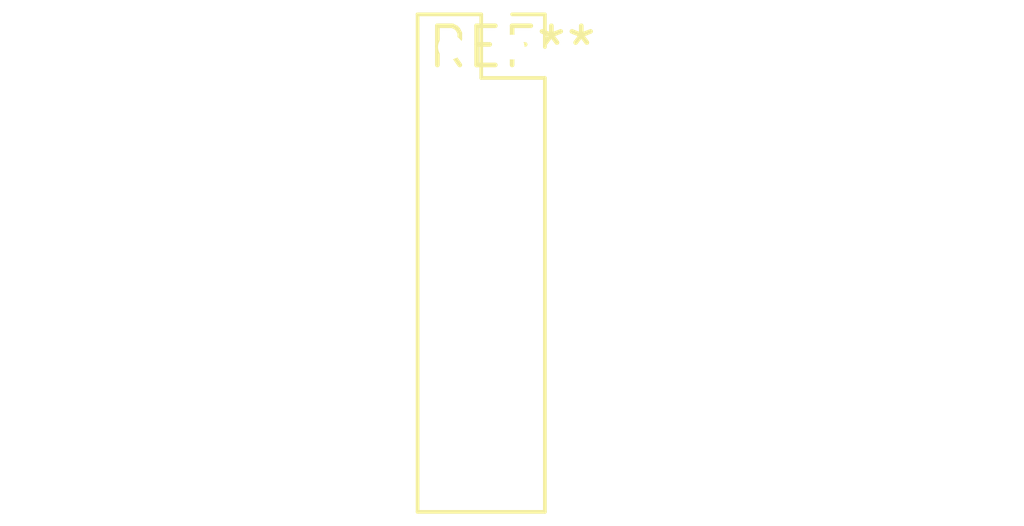
<source format=kicad_pcb>
(kicad_pcb (version 20240108) (generator pcbnew)
  (layers (0 "F.Cu" signal) (31 "B.Cu" signal) (34 "B.Paste" user) (35 "F.Paste" user) (36 "B.SilkS" user "B.Silkscreen") (37 "F.SilkS" user "F.Silkscreen") (38 "B.Mask" user) (39 "F.Mask" user) (44 "Edge.Cuts" user))
  (net 0 "")
  (footprint "PinSocket_2x08_P2.00mm_Vertical" (layer "F.Cu") (at 0 0)
    (property "Reference" "REF**")
    (property "Value" "PinSocket_2x08_P2.00mm_Vertical")
    (fp_line (start -3.06 -1.06) (end -3.06 15.06) (layer "F.SilkS") (stroke (width 0.12)))
    (fp_line (start -3.06 -1.06) (end -1 -1.06) (layer "F.SilkS") (stroke (width 0.12)))
    (fp_line (start -3.06 15.06) (end 1.06 15.06) (layer "F.SilkS") (stroke (width 0.12)))
    (fp_line (start -1 -1.06) (end -1 1) (layer "F.SilkS") (stroke (width 0.12)))
    (fp_line (start -1 1) (end 1.06 1) (layer "F.SilkS") (stroke (width 0.12)))
    (fp_line (start 0 -1.06) (end 1.06 -1.06) (layer "F.SilkS") (stroke (width 0.12)))
    (fp_line (start 1.06 -1.06) (end 1.06 0) (layer "F.SilkS") (stroke (width 0.12)))
    (fp_line (start 1.06 1) (end 1.06 15.06) (layer "F.SilkS") (stroke (width 0.12)))
    (pad "1" thru_hole rect (at 0 0) (size 1.35 1.35) (drill 0.8) (layers *.Cu *.Mask) (remove_unused_layers))
    (pad "2" thru_hole oval (at -2 0) (size 1.35 1.35) (drill 0.8) (layers *.Cu *.Mask) (remove_unused_layers))
    (pad "3" thru_hole oval (at 0 2) (size 1.35 1.35) (drill 0.8) (layers *.Cu *.Mask) (remove_unused_layers))
    (pad "4" thru_hole oval (at -2 2) (size 1.35 1.35) (drill 0.8) (layers *.Cu *.Mask) (remove_unused_layers))
    (pad "5" thru_hole oval (at 0 4) (size 1.35 1.35) (drill 0.8) (layers *.Cu *.Mask) (remove_unused_layers))
    (pad "6" thru_hole oval (at -2 4) (size 1.35 1.35) (drill 0.8) (layers *.Cu *.Mask) (remove_unused_layers))
    (pad "7" thru_hole oval (at 0 6) (size 1.35 1.35) (drill 0.8) (layers *.Cu *.Mask) (remove_unused_layers))
    (pad "8" thru_hole oval (at -2 6) (size 1.35 1.35) (drill 0.8) (layers *.Cu *.Mask) (remove_unused_layers))
    (pad "9" thru_hole oval (at 0 8) (size 1.35 1.35) (drill 0.8) (layers *.Cu *.Mask) (remove_unused_layers))
    (pad "10" thru_hole oval (at -2 8) (size 1.35 1.35) (drill 0.8) (layers *.Cu *.Mask) (remove_unused_layers))
    (pad "11" thru_hole oval (at 0 10) (size 1.35 1.35) (drill 0.8) (layers *.Cu *.Mask) (remove_unused_layers))
    (pad "12" thru_hole oval (at -2 10) (size 1.35 1.35) (drill 0.8) (layers *.Cu *.Mask) (remove_unused_layers))
    (pad "13" thru_hole oval (at 0 12) (size 1.35 1.35) (drill 0.8) (layers *.Cu *.Mask) (remove_unused_layers))
    (pad "14" thru_hole oval (at -2 12) (size 1.35 1.35) (drill 0.8) (layers *.Cu *.Mask) (remove_unused_layers))
    (pad "15" thru_hole oval (at 0 14) (size 1.35 1.35) (drill 0.8) (layers *.Cu *.Mask) (remove_unused_layers))
    (pad "16" thru_hole oval (at -2 14) (size 1.35 1.35) (drill 0.8) (layers *.Cu *.Mask) (remove_unused_layers))
  )
)
</source>
